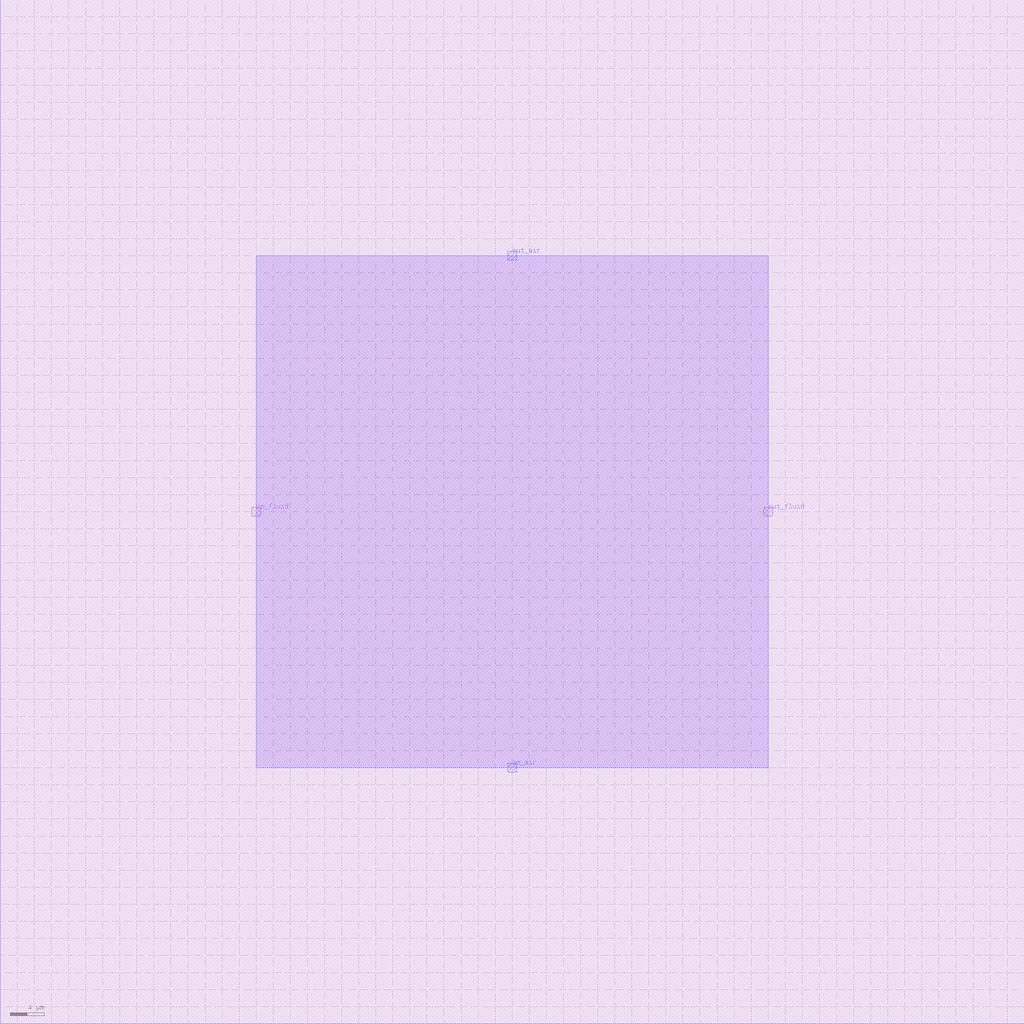
<source format=lef>

MACRO valve_40px_1
  CLASS CORE ;
  ORIGIN  0 0 ;
  FOREIGN valve_40px_1 0 0 ;
  SIZE 120 BY 120 ;
  SYMMETRY X Y ;
  SITE CoreSite ;
  PIN in_fluid
    DIRECTION INPUT ;
    USE SIGNAL ;
    PORT
      LAYER met1 ;
        RECT 29.5 59.5 30.5 60.5 ;
    END
  END in_fluid
  PIN out_fluid
    DIRECTION OUTPUT ;
    USE SIGNAL ;
    PORT
      LAYER met1 ;
        RECT 89.5 59.5 90.5 60.5 ;
    END
  END out_fluid
  PIN in_air
    DIRECTION INPUT ;
    USE SIGNAL ;
    PORT
      LAYER met3 ;
        RECT 59.5 29.5 60.5 30.5 ;
    END
  END in_air
  PIN out_air
    DIRECTION OUTPUT ;
    USE SIGNAL ;
    PORT
      LAYER met3 ;
        RECT 59.5 89.5 60.5 90.5 ;
    END
  END out_air
  OBS
    LAYER met1 ;
      RECT 30 30 90 90 ;
    LAYER met2 ;
      RECT 0 0 120 120 ;
    LAYER met3 ;
      RECT 30 30 90 90 ;
  END
  PROPERTY CatenaDesignType "deviceLevel" ;
END valve_40px_1

</source>
